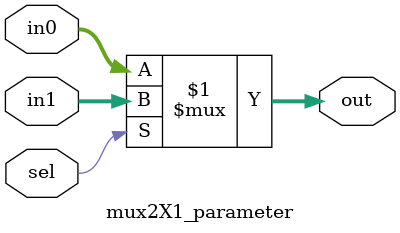
<source format=v>
`timescale 1ns / 1ps

module mux2X1_parameter( in0,in1,sel,out);
parameter width=64; 
input [width-1:0] in0,in1;
input sel;
output [width-1:0] out;
assign out=(sel)?in1:in0;
endmodule

</source>
